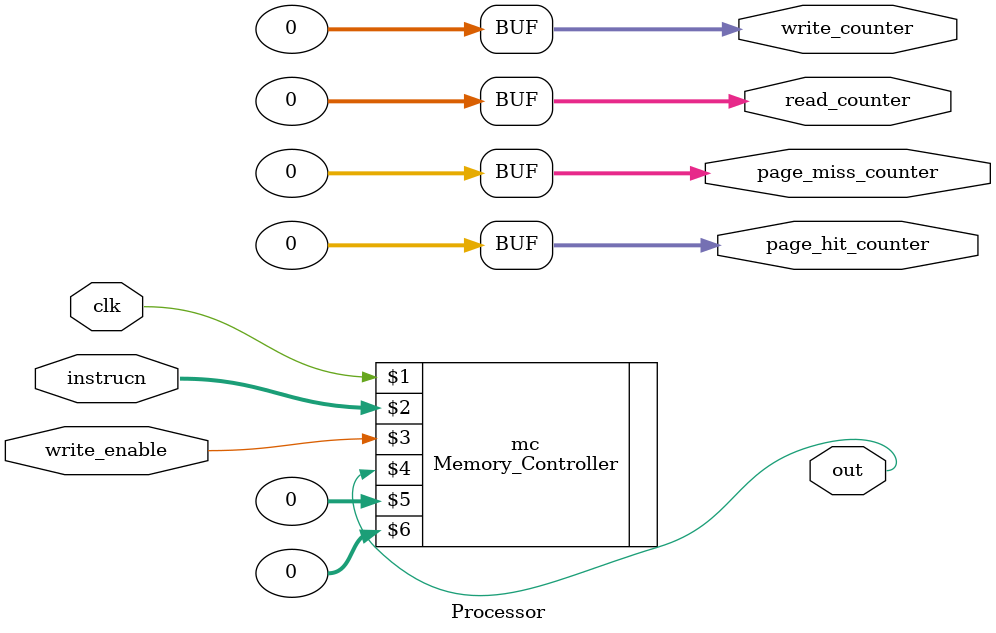
<source format=v>
module Processor (
    input clk,
    input [31:0] instrucn,
    input write_enable,
    output reg out,
    output reg [31:0] read_counter,
    output reg [31:0] write_counter,
    output reg [31:0] page_hit_counter,
    output reg [31:0] page_miss_counter
); 
    initial 
    begin
        page_hit_counter<=0;
        page_miss_counter<=0;
        read_counter<=0;
        write_counter<=0;
    end
    Memory_Controller mc(clk,instrucn,write_enable,out,page_hit_counter,page_miss_counter);
endmodule


</source>
